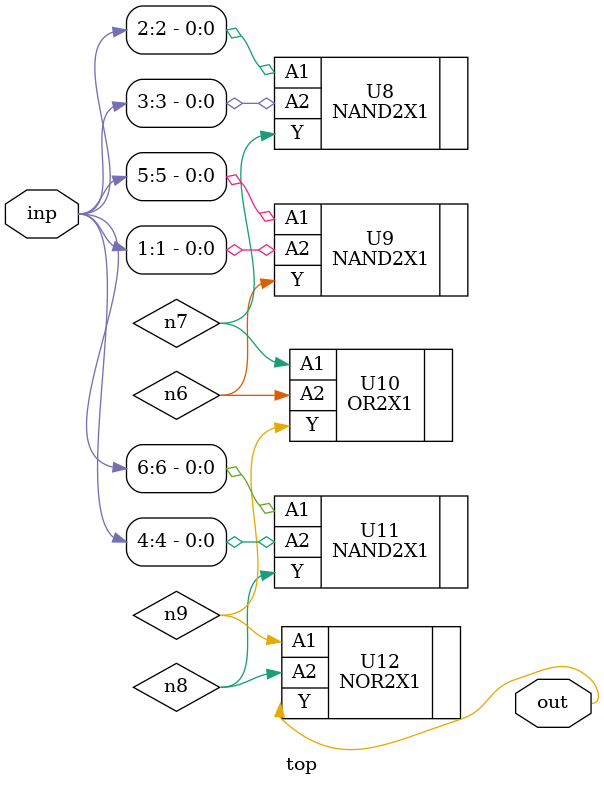
<source format=sv>


module top ( inp, out );
  input [6:0] inp;
  output out;
  wire   n6, n7, n8, n9;

  NAND2X1 U8 ( .A1(inp[2]), .A2(inp[3]), .Y(n7) );
  NAND2X1 U9 ( .A1(inp[5]), .A2(inp[1]), .Y(n6) );
  OR2X1 U10 ( .A1(n7), .A2(n6), .Y(n9) );
  NAND2X1 U11 ( .A1(inp[6]), .A2(inp[4]), .Y(n8) );
  NOR2X1 U12 ( .A1(n9), .A2(n8), .Y(out) );
endmodule


</source>
